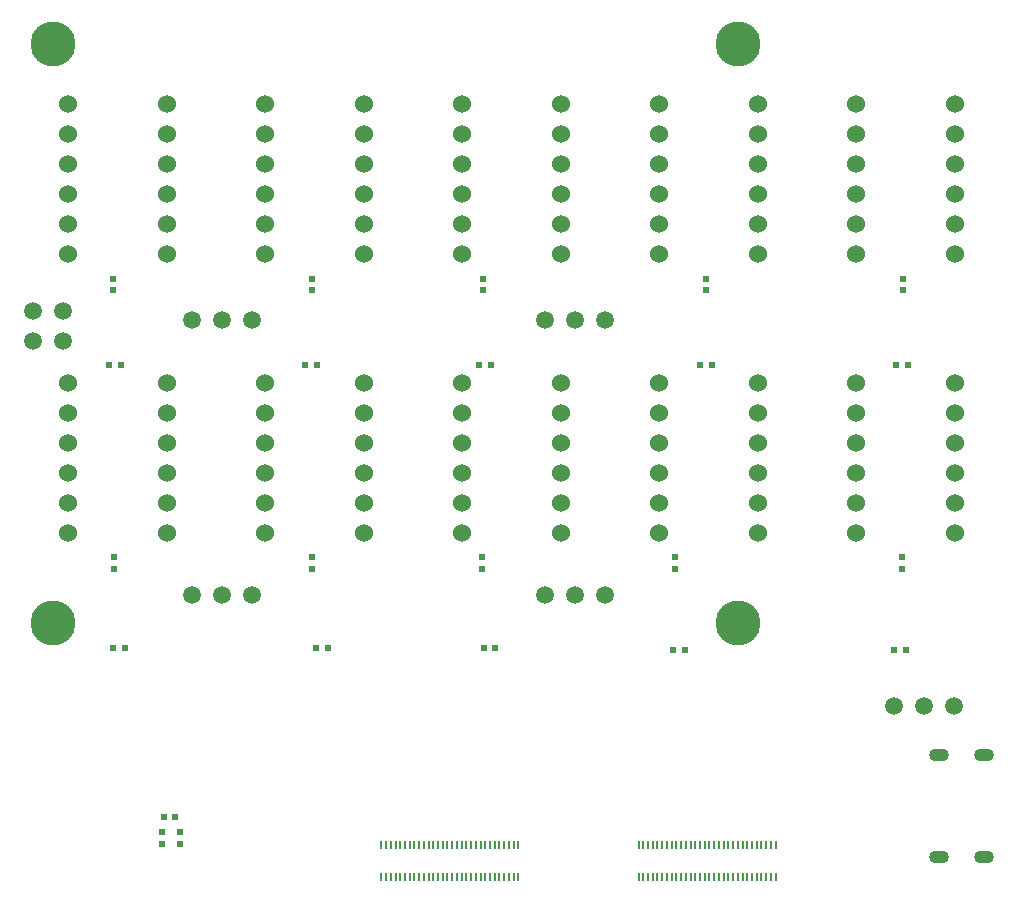
<source format=gbr>
%TF.GenerationSoftware,KiCad,Pcbnew,8.0.3*%
%TF.CreationDate,2024-12-24T16:57:12+05:30*%
%TF.ProjectId,GPIO HAT 2,4750494f-2048-4415-9420-322e6b696361,rev?*%
%TF.SameCoordinates,Original*%
%TF.FileFunction,Soldermask,Bot*%
%TF.FilePolarity,Negative*%
%FSLAX46Y46*%
G04 Gerber Fmt 4.6, Leading zero omitted, Abs format (unit mm)*
G04 Created by KiCad (PCBNEW 8.0.3) date 2024-12-24 16:57:12*
%MOMM*%
%LPD*%
G01*
G04 APERTURE LIST*
%ADD10C,1.524000*%
%ADD11C,1.500000*%
%ADD12C,3.810000*%
%ADD13O,1.700000X1.100000*%
%ADD14R,0.500000X0.600000*%
%ADD15R,0.600000X0.500000*%
%ADD16R,0.230000X0.660000*%
G04 APERTURE END LIST*
D10*
%TO.C,J17*%
X227380304Y-70256400D03*
X227380304Y-72796400D03*
X227380304Y-75336400D03*
X227380304Y-77876400D03*
X227380304Y-80416400D03*
X227380304Y-82956400D03*
%TD*%
D11*
%TO.C,JM2*%
X171094400Y-88595200D03*
X173634400Y-88595200D03*
X176174400Y-88595200D03*
%TD*%
D10*
%TO.C,J7*%
X177325376Y-70256400D03*
X177325376Y-72796400D03*
X177325376Y-75336400D03*
X177325376Y-77876400D03*
X177325376Y-80416400D03*
X177325376Y-82956400D03*
%TD*%
%TO.C,J1*%
X160640400Y-93929200D03*
X160640400Y-96469200D03*
X160640400Y-99009200D03*
X160640400Y-101549200D03*
X160640400Y-104089200D03*
X160640400Y-106629200D03*
%TD*%
%TO.C,J19*%
X227380304Y-93929200D03*
X227380304Y-96469200D03*
X227380304Y-99009200D03*
X227380304Y-101549200D03*
X227380304Y-104089200D03*
X227380304Y-106629200D03*
%TD*%
D12*
%TO.C,REF\u002A\u002A*%
X217347800Y-65176400D03*
%TD*%
%TO.C,REF\u002A\u002A*%
X159385000Y-114198400D03*
%TD*%
D10*
%TO.C,J14*%
X219037816Y-70256400D03*
X219037816Y-72796400D03*
X219037816Y-75336400D03*
X219037816Y-77876400D03*
X219037816Y-80416400D03*
X219037816Y-82956400D03*
%TD*%
%TO.C,J4*%
X168982888Y-70256400D03*
X168982888Y-72796400D03*
X168982888Y-75336400D03*
X168982888Y-77876400D03*
X168982888Y-80416400D03*
X168982888Y-82956400D03*
%TD*%
%TO.C,J11*%
X194010352Y-70256400D03*
X194010352Y-72796400D03*
X194010352Y-75336400D03*
X194010352Y-77876400D03*
X194010352Y-80416400D03*
X194010352Y-82956400D03*
%TD*%
D12*
%TO.C,REF\u002A\u002A*%
X217347800Y-114198400D03*
%TD*%
D10*
%TO.C,J18*%
X235722800Y-70256400D03*
X235722800Y-72796400D03*
X235722800Y-75336400D03*
X235722800Y-77876400D03*
X235722800Y-80416400D03*
X235722800Y-82956400D03*
%TD*%
D11*
%TO.C,J23*%
X157683200Y-87833200D03*
X160223200Y-87833200D03*
X157683200Y-90373200D03*
X160223200Y-90373200D03*
%TD*%
%TO.C,JM5*%
X230555800Y-121234200D03*
X233095800Y-121234200D03*
X235635800Y-121234200D03*
%TD*%
D10*
%TO.C,J10*%
X202352840Y-93929200D03*
X202352840Y-96469200D03*
X202352840Y-99009200D03*
X202352840Y-101549200D03*
X202352840Y-104089200D03*
X202352840Y-106629200D03*
%TD*%
%TO.C,J6*%
X185667864Y-93929200D03*
X185667864Y-96469200D03*
X185667864Y-99009200D03*
X185667864Y-101549200D03*
X185667864Y-104089200D03*
X185667864Y-106629200D03*
%TD*%
%TO.C,J20*%
X235722800Y-93929200D03*
X235722800Y-96469200D03*
X235722800Y-99009200D03*
X235722800Y-101549200D03*
X235722800Y-104089200D03*
X235722800Y-106629200D03*
%TD*%
D12*
%TO.C,REF\u002A\u002A*%
X159385000Y-65176400D03*
%TD*%
D10*
%TO.C,J8*%
X185667864Y-70256400D03*
X185667864Y-72796400D03*
X185667864Y-75336400D03*
X185667864Y-77876400D03*
X185667864Y-80416400D03*
X185667864Y-82956400D03*
%TD*%
D11*
%TO.C,JM1*%
X171094400Y-111836200D03*
X173634400Y-111836200D03*
X176174400Y-111836200D03*
%TD*%
D10*
%TO.C,J13*%
X210695328Y-70256400D03*
X210695328Y-72796400D03*
X210695328Y-75336400D03*
X210695328Y-77876400D03*
X210695328Y-80416400D03*
X210695328Y-82956400D03*
%TD*%
%TO.C,J16*%
X219037816Y-93929200D03*
X219037816Y-96469200D03*
X219037816Y-99009200D03*
X219037816Y-101549200D03*
X219037816Y-104089200D03*
X219037816Y-106629200D03*
%TD*%
%TO.C,J2*%
X168982888Y-93929200D03*
X168982888Y-96469200D03*
X168982888Y-99009200D03*
X168982888Y-101549200D03*
X168982888Y-104089200D03*
X168982888Y-106629200D03*
%TD*%
D13*
%TO.C,J24*%
X234359600Y-134018400D03*
X238159600Y-134018400D03*
X234359600Y-125378400D03*
X238159600Y-125378400D03*
%TD*%
D10*
%TO.C,J3*%
X160640400Y-70256400D03*
X160640400Y-72796400D03*
X160640400Y-75336400D03*
X160640400Y-77876400D03*
X160640400Y-80416400D03*
X160640400Y-82956400D03*
%TD*%
%TO.C,J9*%
X194010352Y-93929200D03*
X194010352Y-96469200D03*
X194010352Y-99009200D03*
X194010352Y-101549200D03*
X194010352Y-104089200D03*
X194010352Y-106629200D03*
%TD*%
%TO.C,J15*%
X210695328Y-93929200D03*
X210695328Y-96469200D03*
X210695328Y-99009200D03*
X210695328Y-101549200D03*
X210695328Y-104089200D03*
X210695328Y-106629200D03*
%TD*%
%TO.C,J5*%
X177325376Y-93929200D03*
X177325376Y-96469200D03*
X177325376Y-99009200D03*
X177325376Y-101549200D03*
X177325376Y-104089200D03*
X177325376Y-106629200D03*
%TD*%
D11*
%TO.C,JM3*%
X201015600Y-111836200D03*
X203555600Y-111836200D03*
X206095600Y-111836200D03*
%TD*%
%TO.C,JM4*%
X201015600Y-88595200D03*
X203555600Y-88595200D03*
X206095600Y-88595200D03*
%TD*%
D10*
%TO.C,J12*%
X202352840Y-70256400D03*
X202352840Y-72796400D03*
X202352840Y-75336400D03*
X202352840Y-77876400D03*
X202352840Y-80416400D03*
X202352840Y-82956400D03*
%TD*%
D14*
%TO.C,C39*%
X231775000Y-92405200D03*
X230775000Y-92405200D03*
%TD*%
%TO.C,C31*%
X196824600Y-116382800D03*
X195824600Y-116382800D03*
%TD*%
D15*
%TO.C,C32*%
X195681600Y-109651800D03*
X195681600Y-108651800D03*
%TD*%
D14*
%TO.C,C33*%
X196418200Y-92405200D03*
X195418200Y-92405200D03*
%TD*%
D15*
%TO.C,C42*%
X231241600Y-109651800D03*
X231241600Y-108651800D03*
%TD*%
D14*
%TO.C,C27*%
X182676800Y-116357400D03*
X181676800Y-116357400D03*
%TD*%
D15*
%TO.C,C38*%
X212013800Y-109651800D03*
X212013800Y-108651800D03*
%TD*%
%TO.C,R20*%
X168630600Y-131953000D03*
X168630600Y-132953001D03*
%TD*%
%TO.C,C24*%
X164566600Y-109651800D03*
X164566600Y-108651800D03*
%TD*%
D16*
%TO.C,J22*%
X220547000Y-132994400D03*
X220147000Y-132994400D03*
X219747000Y-132994400D03*
X219347000Y-132994400D03*
X218947000Y-132994400D03*
X218547000Y-132994400D03*
X218147000Y-132994400D03*
X217747000Y-132994400D03*
X217347000Y-132994400D03*
X216947000Y-132994400D03*
X216547000Y-132994400D03*
X216147000Y-132994400D03*
X215747000Y-132994400D03*
X215347000Y-132994400D03*
X214947000Y-132994400D03*
X214547000Y-132994400D03*
X214147000Y-132994400D03*
X213747000Y-132994400D03*
X213347000Y-132994400D03*
X212947000Y-132994400D03*
X212547000Y-132994400D03*
X212147000Y-132994400D03*
X211747000Y-132994400D03*
X211347000Y-132994400D03*
X210947000Y-132994400D03*
X210547000Y-132994400D03*
X210147000Y-132994400D03*
X209747000Y-132994400D03*
X209347000Y-132994400D03*
X208947000Y-132994400D03*
X208947000Y-135704400D03*
X209347000Y-135704400D03*
X209747000Y-135704400D03*
X210147000Y-135704400D03*
X210547000Y-135704400D03*
X210947000Y-135704400D03*
X211347000Y-135704400D03*
X211747000Y-135704400D03*
X212147000Y-135704400D03*
X212547000Y-135704400D03*
X212947000Y-135704400D03*
X213347000Y-135704400D03*
X213747000Y-135704400D03*
X214147000Y-135704400D03*
X214547000Y-135704400D03*
X214947000Y-135704400D03*
X215347000Y-135704400D03*
X215747000Y-135704400D03*
X216147000Y-135704400D03*
X216547000Y-135704400D03*
X216947000Y-135704400D03*
X217347000Y-135704400D03*
X217747000Y-135704400D03*
X218147000Y-135704400D03*
X218547000Y-135704400D03*
X218947000Y-135704400D03*
X219347000Y-135704400D03*
X219747000Y-135704400D03*
X220147000Y-135704400D03*
X220547000Y-135704400D03*
%TD*%
D14*
%TO.C,C25*%
X165125400Y-92405200D03*
X164125400Y-92405200D03*
%TD*%
D16*
%TO.C,J21*%
X187166400Y-135712200D03*
X187566400Y-135712200D03*
X187966400Y-135712200D03*
X188366400Y-135712200D03*
X188766400Y-135712200D03*
X189166400Y-135712200D03*
X189566400Y-135712200D03*
X189966400Y-135712200D03*
X190366400Y-135712200D03*
X190766400Y-135712200D03*
X191166400Y-135712200D03*
X191566400Y-135712200D03*
X191966400Y-135712200D03*
X192366400Y-135712200D03*
X192766400Y-135712200D03*
X193166400Y-135712200D03*
X193566400Y-135712200D03*
X193966400Y-135712200D03*
X194366400Y-135712200D03*
X194766400Y-135712200D03*
X195166400Y-135712200D03*
X195566400Y-135712200D03*
X195966400Y-135712200D03*
X196366400Y-135712200D03*
X196766400Y-135712200D03*
X197166400Y-135712200D03*
X197566400Y-135712200D03*
X197966400Y-135712200D03*
X198366400Y-135712200D03*
X198766400Y-135712200D03*
X198766400Y-133002200D03*
X198366400Y-133002200D03*
X197966400Y-133002200D03*
X197566400Y-133002200D03*
X197166400Y-133002200D03*
X196766400Y-133002200D03*
X196366400Y-133002200D03*
X195966400Y-133002200D03*
X195566400Y-133002200D03*
X195166400Y-133002200D03*
X194766400Y-133002200D03*
X194366400Y-133002200D03*
X193966400Y-133002200D03*
X193566400Y-133002200D03*
X193166400Y-133002200D03*
X192766400Y-133002200D03*
X192366400Y-133002200D03*
X191966400Y-133002200D03*
X191566400Y-133002200D03*
X191166400Y-133002200D03*
X190766400Y-133002200D03*
X190366400Y-133002200D03*
X189966400Y-133002200D03*
X189566400Y-133002200D03*
X189166400Y-133002200D03*
X188766400Y-133002200D03*
X188366400Y-133002200D03*
X187966400Y-133002200D03*
X187566400Y-133002200D03*
X187166400Y-133002200D03*
%TD*%
D14*
%TO.C,C37*%
X212877400Y-116535200D03*
X211877400Y-116535200D03*
%TD*%
%TO.C,C43*%
X168732200Y-130632200D03*
X169732200Y-130632200D03*
%TD*%
D15*
%TO.C,C28*%
X181305200Y-109651800D03*
X181305200Y-108651800D03*
%TD*%
D14*
%TO.C,C29*%
X181711600Y-92405200D03*
X180711600Y-92405200D03*
%TD*%
D15*
%TO.C,R21*%
X170129200Y-132952999D03*
X170129200Y-131952999D03*
%TD*%
D14*
%TO.C,C41*%
X231546400Y-116535200D03*
X230546400Y-116535200D03*
%TD*%
D15*
%TO.C,C40*%
X231317800Y-86080600D03*
X231317800Y-85080600D03*
%TD*%
%TO.C,C26*%
X164465000Y-86080600D03*
X164465000Y-85080600D03*
%TD*%
D14*
%TO.C,C23*%
X165430200Y-116357400D03*
X164430200Y-116357400D03*
%TD*%
D15*
%TO.C,C30*%
X181305200Y-86080600D03*
X181305200Y-85080600D03*
%TD*%
%TO.C,C36*%
X214655400Y-86080600D03*
X214655400Y-85080600D03*
%TD*%
%TO.C,C34*%
X195757800Y-86080600D03*
X195757800Y-85080600D03*
%TD*%
D14*
%TO.C,C35*%
X215188800Y-92405200D03*
X214188800Y-92405200D03*
%TD*%
M02*

</source>
